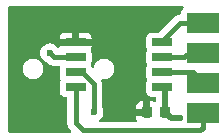
<source format=gbr>
%TF.GenerationSoftware,KiCad,Pcbnew,8.0.7*%
%TF.CreationDate,2025-02-04T22:08:06-05:00*%
%TF.ProjectId,GSCARTSW_RT4K,47534341-5254-4535-975f-5254344b2e6b,rev?*%
%TF.SameCoordinates,Original*%
%TF.FileFunction,Copper,L2,Bot*%
%TF.FilePolarity,Positive*%
%FSLAX46Y46*%
G04 Gerber Fmt 4.6, Leading zero omitted, Abs format (unit mm)*
G04 Created by KiCad (PCBNEW 8.0.7) date 2025-02-04 22:08:06*
%MOMM*%
%LPD*%
G01*
G04 APERTURE LIST*
G04 Aperture macros list*
%AMRoundRect*
0 Rectangle with rounded corners*
0 $1 Rounding radius*
0 $2 $3 $4 $5 $6 $7 $8 $9 X,Y pos of 4 corners*
0 Add a 4 corners polygon primitive as box body*
4,1,4,$2,$3,$4,$5,$6,$7,$8,$9,$2,$3,0*
0 Add four circle primitives for the rounded corners*
1,1,$1+$1,$2,$3*
1,1,$1+$1,$4,$5*
1,1,$1+$1,$6,$7*
1,1,$1+$1,$8,$9*
0 Add four rect primitives between the rounded corners*
20,1,$1+$1,$2,$3,$4,$5,0*
20,1,$1+$1,$4,$5,$6,$7,0*
20,1,$1+$1,$6,$7,$8,$9,0*
20,1,$1+$1,$8,$9,$2,$3,0*%
G04 Aperture macros list end*
%TA.AperFunction,SMDPad,CuDef*%
%ADD10R,2.700000X1.700000*%
%TD*%
%TA.AperFunction,SMDPad,CuDef*%
%ADD11R,1.700000X0.650000*%
%TD*%
%TA.AperFunction,SMDPad,CuDef*%
%ADD12RoundRect,0.225000X0.225000X0.250000X-0.225000X0.250000X-0.225000X-0.250000X0.225000X-0.250000X0*%
%TD*%
%TA.AperFunction,ViaPad*%
%ADD13C,0.600000*%
%TD*%
%TA.AperFunction,Conductor*%
%ADD14C,0.400000*%
%TD*%
%TA.AperFunction,Conductor*%
%ADD15C,0.500000*%
%TD*%
G04 APERTURE END LIST*
D10*
%TO.P,J1,5,Pin_5*%
%TO.N,IN_BIT0*%
X145000000Y-105200000D03*
%TO.P,J1,6,Pin_6*%
%TO.N,IN_BIT1*%
X145000000Y-107740000D03*
%TO.P,J1,7,Pin_7*%
%TO.N,IN_BIT2*%
X145000000Y-110280000D03*
%TO.P,J1,8,Pin_8*%
%TO.N,RESET*%
X145000000Y-112820000D03*
%TD*%
D11*
%TO.P,U1,1,~{RESET}/PB5*%
%TO.N,RESET*%
X134200000Y-110655000D03*
%TO.P,U1,2,XTAL1/PB3*%
%TO.N,TX*%
X134200000Y-109385000D03*
%TO.P,U1,3,XTAL2/PB4*%
%TO.N,RX*%
X134200000Y-108115000D03*
%TO.P,U1,4,GND*%
%TO.N,GND*%
X134200000Y-106845000D03*
%TO.P,U1,5,AREF/PB0*%
%TO.N,IN_BIT0*%
X141500000Y-106845000D03*
%TO.P,U1,6,PB1*%
%TO.N,IN_BIT1*%
X141500000Y-108115000D03*
%TO.P,U1,7,PB2*%
%TO.N,IN_BIT2*%
X141500000Y-109385000D03*
%TO.P,U1,8,VCC*%
%TO.N,+5V*%
X141500000Y-110655000D03*
%TD*%
D12*
%TO.P,C1,1*%
%TO.N,+5V*%
X141775000Y-112750000D03*
%TO.P,C1,2*%
%TO.N,GND*%
X140225000Y-112750000D03*
%TD*%
D13*
%TO.N,TX*%
X135750020Y-112750000D03*
%TO.N,RX*%
X132000000Y-107750010D03*
%TO.N,GND*%
X129000000Y-113100000D03*
X139500000Y-110000000D03*
X139500000Y-111000000D03*
X132400000Y-113100000D03*
X129000000Y-114000000D03*
X139200000Y-105200000D03*
X141200000Y-104800000D03*
X135250000Y-105250000D03*
X129200000Y-104900000D03*
X134500000Y-105250000D03*
X132400000Y-112200000D03*
X129000000Y-111250000D03*
X137700000Y-110100000D03*
X130800000Y-104900000D03*
X129000000Y-112200000D03*
X136000000Y-105250000D03*
X139200000Y-106700000D03*
X132400000Y-111250000D03*
X132400000Y-114000000D03*
X136000000Y-106750000D03*
%TO.N,+5V*%
X142999992Y-113250000D03*
%TD*%
D14*
%TO.N,IN_BIT2*%
X144105000Y-109385000D02*
X145000000Y-110280000D01*
X141500000Y-109385000D02*
X144105000Y-109385000D01*
%TO.N,TX*%
X134725000Y-109385000D02*
X135750020Y-110410020D01*
X135750020Y-110410020D02*
X135750020Y-112750000D01*
X134200000Y-109385000D02*
X134725000Y-109385000D01*
%TO.N,RESET*%
X134200000Y-113700000D02*
X134200000Y-110655000D01*
X134800000Y-114300000D02*
X134200000Y-113700000D01*
X145000000Y-114070000D02*
X144770000Y-114300000D01*
X144770000Y-114300000D02*
X134800000Y-114300000D01*
X145000000Y-112820000D02*
X145000000Y-114070000D01*
%TO.N,RX*%
X132364990Y-108115000D02*
X132000000Y-107750010D01*
X134200000Y-108115000D02*
X132364990Y-108115000D01*
%TO.N,IN_BIT0*%
X141500000Y-106750000D02*
X143050000Y-105200000D01*
X141500000Y-106845000D02*
X141500000Y-106750000D01*
X143050000Y-105200000D02*
X145000000Y-105200000D01*
%TO.N,IN_BIT1*%
X143385000Y-108115000D02*
X143760000Y-107740000D01*
X141500000Y-108115000D02*
X143385000Y-108115000D01*
X143760000Y-107740000D02*
X145000000Y-107740000D01*
D15*
%TO.N,+5V*%
X141775000Y-112750000D02*
X141775000Y-110930000D01*
X141775000Y-110930000D02*
X141500000Y-110655000D01*
X141775000Y-112750000D02*
X142275000Y-113250000D01*
X142275000Y-113250000D02*
X142999992Y-113250000D01*
%TD*%
%TA.AperFunction,Conductor*%
%TO.N,GND*%
G36*
X143310145Y-103770185D02*
G01*
X143355900Y-103822989D01*
X143365844Y-103892147D01*
X143336819Y-103955703D01*
X143317418Y-103973766D01*
X143292452Y-103992455D01*
X143206206Y-104107664D01*
X143206202Y-104107671D01*
X143155908Y-104242517D01*
X143149501Y-104302116D01*
X143149500Y-104302135D01*
X143149500Y-104375500D01*
X143129815Y-104442539D01*
X143077011Y-104488294D01*
X143025500Y-104499500D01*
X142981004Y-104499500D01*
X142845677Y-104526418D01*
X142845667Y-104526421D01*
X142718192Y-104579222D01*
X142603454Y-104655887D01*
X141276160Y-105983181D01*
X141214837Y-106016666D01*
X141188479Y-106019500D01*
X140602129Y-106019500D01*
X140602123Y-106019501D01*
X140542516Y-106025908D01*
X140407671Y-106076202D01*
X140407664Y-106076206D01*
X140292455Y-106162452D01*
X140292452Y-106162455D01*
X140206206Y-106277664D01*
X140206202Y-106277671D01*
X140164926Y-106388340D01*
X140155909Y-106412517D01*
X140149500Y-106472127D01*
X140149500Y-106472134D01*
X140149500Y-106472135D01*
X140149500Y-107217870D01*
X140149501Y-107217876D01*
X140155908Y-107277483D01*
X140206202Y-107412328D01*
X140210454Y-107420114D01*
X140207280Y-107421846D01*
X140225659Y-107471302D01*
X140210725Y-107539557D01*
X140210117Y-107540502D01*
X140206202Y-107547671D01*
X140155910Y-107682513D01*
X140155909Y-107682517D01*
X140149500Y-107742127D01*
X140149500Y-107742134D01*
X140149500Y-107742135D01*
X140149500Y-108487870D01*
X140149501Y-108487876D01*
X140155908Y-108547483D01*
X140206202Y-108682328D01*
X140210454Y-108690114D01*
X140207280Y-108691846D01*
X140225659Y-108741302D01*
X140210725Y-108809557D01*
X140210117Y-108810502D01*
X140206202Y-108817671D01*
X140155910Y-108952513D01*
X140155909Y-108952517D01*
X140149500Y-109012127D01*
X140149500Y-109012134D01*
X140149500Y-109012135D01*
X140149500Y-109757870D01*
X140149501Y-109757876D01*
X140155908Y-109817483D01*
X140206202Y-109952328D01*
X140210454Y-109960114D01*
X140207280Y-109961846D01*
X140225659Y-110011302D01*
X140210725Y-110079557D01*
X140210117Y-110080502D01*
X140206202Y-110087671D01*
X140155910Y-110222513D01*
X140155909Y-110222517D01*
X140149500Y-110282127D01*
X140149500Y-110282134D01*
X140149500Y-110282135D01*
X140149500Y-111027870D01*
X140149501Y-111027876D01*
X140155908Y-111087483D01*
X140206202Y-111222328D01*
X140206206Y-111222335D01*
X140292452Y-111337544D01*
X140292455Y-111337547D01*
X140407664Y-111423793D01*
X140407671Y-111423797D01*
X140422592Y-111429362D01*
X140542517Y-111474091D01*
X140602127Y-111480500D01*
X140900500Y-111480499D01*
X140967539Y-111500183D01*
X141013294Y-111552987D01*
X141024500Y-111604499D01*
X141024500Y-111780359D01*
X141004815Y-111847398D01*
X140952011Y-111893153D01*
X140882853Y-111903097D01*
X140835403Y-111885897D01*
X140758492Y-111838457D01*
X140758479Y-111838451D01*
X140597604Y-111785143D01*
X140525000Y-111777726D01*
X140525000Y-112626000D01*
X140505315Y-112693039D01*
X140452511Y-112738794D01*
X140401000Y-112750000D01*
X140225000Y-112750000D01*
X140225000Y-112926000D01*
X140205315Y-112993039D01*
X140152511Y-113038794D01*
X140101000Y-113050000D01*
X139275173Y-113050000D01*
X139285144Y-113147607D01*
X139338452Y-113308481D01*
X139338454Y-113308486D01*
X139401318Y-113410403D01*
X139419758Y-113477795D01*
X139398836Y-113544459D01*
X139345194Y-113589229D01*
X139295779Y-113599500D01*
X136331178Y-113599500D01*
X136264139Y-113579815D01*
X136218384Y-113527011D01*
X136208440Y-113457853D01*
X136237465Y-113394297D01*
X136247388Y-113384770D01*
X136247358Y-113384740D01*
X136252282Y-113379816D01*
X136379836Y-113252262D01*
X136475809Y-113099522D01*
X136535388Y-112929255D01*
X136555585Y-112750000D01*
X136554322Y-112738794D01*
X136535389Y-112570750D01*
X136535386Y-112570737D01*
X136493138Y-112450000D01*
X139275172Y-112450000D01*
X139925000Y-112450000D01*
X139925000Y-111777727D01*
X139924999Y-111777726D01*
X139852392Y-111785144D01*
X139691518Y-111838452D01*
X139691507Y-111838457D01*
X139547271Y-111927424D01*
X139547267Y-111927427D01*
X139427427Y-112047267D01*
X139427424Y-112047271D01*
X139338457Y-112191507D01*
X139338452Y-112191518D01*
X139285144Y-112352393D01*
X139275172Y-112450000D01*
X136493138Y-112450000D01*
X136475810Y-112400479D01*
X136469526Y-112390478D01*
X136450520Y-112324507D01*
X136450520Y-110341024D01*
X136424657Y-110211007D01*
X136424655Y-110210997D01*
X136423600Y-110205691D01*
X136386472Y-110116056D01*
X136379003Y-110046587D01*
X136410278Y-109984107D01*
X136470367Y-109948455D01*
X136513186Y-109945200D01*
X136516232Y-109945500D01*
X136516233Y-109945500D01*
X136683768Y-109945500D01*
X136683769Y-109945499D01*
X136848082Y-109912816D01*
X137002863Y-109848703D01*
X137142162Y-109755626D01*
X137260626Y-109637162D01*
X137353703Y-109497863D01*
X137417816Y-109343082D01*
X137450500Y-109178767D01*
X137450500Y-109011233D01*
X137417816Y-108846918D01*
X137353703Y-108692137D01*
X137322537Y-108645494D01*
X137260626Y-108552837D01*
X137142162Y-108434373D01*
X137002860Y-108341295D01*
X136848082Y-108277184D01*
X136848074Y-108277182D01*
X136683771Y-108244500D01*
X136683767Y-108244500D01*
X136516233Y-108244500D01*
X136516228Y-108244500D01*
X136351925Y-108277182D01*
X136351917Y-108277184D01*
X136197139Y-108341295D01*
X136057837Y-108434373D01*
X135939373Y-108552837D01*
X135846295Y-108692139D01*
X135782184Y-108846917D01*
X135782182Y-108846922D01*
X135770865Y-108903818D01*
X135738479Y-108965728D01*
X135677763Y-109000302D01*
X135607994Y-108996561D01*
X135551322Y-108955694D01*
X135533066Y-108922957D01*
X135493798Y-108817672D01*
X135489547Y-108809888D01*
X135492757Y-108808134D01*
X135474361Y-108759001D01*
X135489127Y-108690709D01*
X135489752Y-108689736D01*
X135493797Y-108682329D01*
X135505052Y-108652150D01*
X135544091Y-108547483D01*
X135550500Y-108487873D01*
X135550499Y-107742128D01*
X135544091Y-107682517D01*
X135544090Y-107682513D01*
X135493797Y-107547670D01*
X135489547Y-107539888D01*
X135492616Y-107538211D01*
X135474043Y-107488495D01*
X135488858Y-107420215D01*
X135489239Y-107419622D01*
X135493350Y-107412093D01*
X135543597Y-107277376D01*
X135543598Y-107277372D01*
X135549999Y-107217844D01*
X135550000Y-107217827D01*
X135550000Y-107145000D01*
X132850000Y-107145000D01*
X132850000Y-107169478D01*
X132830315Y-107236517D01*
X132777511Y-107282272D01*
X132708353Y-107292216D01*
X132644797Y-107263191D01*
X132633697Y-107251629D01*
X132502262Y-107120194D01*
X132349523Y-107024221D01*
X132179254Y-106964641D01*
X132179249Y-106964640D01*
X132000004Y-106944445D01*
X131999996Y-106944445D01*
X131820750Y-106964640D01*
X131820745Y-106964641D01*
X131650476Y-107024221D01*
X131497737Y-107120194D01*
X131370184Y-107247747D01*
X131274211Y-107400486D01*
X131214631Y-107570755D01*
X131214630Y-107570760D01*
X131194435Y-107750006D01*
X131194435Y-107750013D01*
X131214630Y-107929259D01*
X131214631Y-107929264D01*
X131274211Y-108099533D01*
X131370184Y-108252272D01*
X131497738Y-108379826D01*
X131650478Y-108475799D01*
X131753984Y-108512017D01*
X131800708Y-108541375D01*
X131918447Y-108659114D01*
X131964842Y-108690114D01*
X132033182Y-108735777D01*
X132160657Y-108788578D01*
X132160662Y-108788580D01*
X132160666Y-108788580D01*
X132160667Y-108788581D01*
X132295993Y-108815500D01*
X132295996Y-108815500D01*
X132295997Y-108815500D01*
X132732594Y-108815500D01*
X132799633Y-108835185D01*
X132845388Y-108887989D01*
X132855883Y-108952752D01*
X132849500Y-109012127D01*
X132849500Y-109012134D01*
X132849500Y-109012135D01*
X132849500Y-109757870D01*
X132849501Y-109757876D01*
X132855908Y-109817483D01*
X132906202Y-109952328D01*
X132910454Y-109960114D01*
X132907280Y-109961846D01*
X132925659Y-110011302D01*
X132910725Y-110079557D01*
X132910117Y-110080502D01*
X132906202Y-110087671D01*
X132855910Y-110222513D01*
X132855909Y-110222517D01*
X132849500Y-110282127D01*
X132849500Y-110282134D01*
X132849500Y-110282135D01*
X132849500Y-111027870D01*
X132849501Y-111027876D01*
X132855908Y-111087483D01*
X132906202Y-111222328D01*
X132906206Y-111222335D01*
X132992452Y-111337544D01*
X132992455Y-111337547D01*
X133107664Y-111423793D01*
X133107671Y-111423797D01*
X133122592Y-111429362D01*
X133242517Y-111474091D01*
X133302127Y-111480500D01*
X133375500Y-111480499D01*
X133442538Y-111500183D01*
X133488294Y-111552986D01*
X133499500Y-111604499D01*
X133499500Y-113631006D01*
X133499500Y-113768994D01*
X133499500Y-113768996D01*
X133499499Y-113768996D01*
X133526418Y-113904322D01*
X133526421Y-113904332D01*
X133579222Y-114031807D01*
X133655887Y-114146545D01*
X133797161Y-114287819D01*
X133830646Y-114349142D01*
X133825662Y-114418834D01*
X133783790Y-114474767D01*
X133718326Y-114499184D01*
X133709480Y-114499500D01*
X128624500Y-114499500D01*
X128557461Y-114479815D01*
X128511706Y-114427011D01*
X128500500Y-114375500D01*
X128500500Y-109011228D01*
X129749500Y-109011228D01*
X129749500Y-109178771D01*
X129782182Y-109343074D01*
X129782184Y-109343082D01*
X129846295Y-109497860D01*
X129939373Y-109637162D01*
X130057837Y-109755626D01*
X130143562Y-109812905D01*
X130197137Y-109848703D01*
X130351918Y-109912816D01*
X130514725Y-109945200D01*
X130516228Y-109945499D01*
X130516232Y-109945500D01*
X130516233Y-109945500D01*
X130683768Y-109945500D01*
X130683769Y-109945499D01*
X130848082Y-109912816D01*
X131002863Y-109848703D01*
X131142162Y-109755626D01*
X131260626Y-109637162D01*
X131353703Y-109497863D01*
X131417816Y-109343082D01*
X131450500Y-109178767D01*
X131450500Y-109011233D01*
X131417816Y-108846918D01*
X131353703Y-108692137D01*
X131322537Y-108645494D01*
X131260626Y-108552837D01*
X131142162Y-108434373D01*
X131002860Y-108341295D01*
X130848082Y-108277184D01*
X130848074Y-108277182D01*
X130683771Y-108244500D01*
X130683767Y-108244500D01*
X130516233Y-108244500D01*
X130516228Y-108244500D01*
X130351925Y-108277182D01*
X130351917Y-108277184D01*
X130197139Y-108341295D01*
X130057837Y-108434373D01*
X129939373Y-108552837D01*
X129846295Y-108692139D01*
X129782184Y-108846917D01*
X129782182Y-108846925D01*
X129749500Y-109011228D01*
X128500500Y-109011228D01*
X128500500Y-106472155D01*
X132850000Y-106472155D01*
X132850000Y-106545000D01*
X133900000Y-106545000D01*
X134500000Y-106545000D01*
X135550000Y-106545000D01*
X135550000Y-106472172D01*
X135549999Y-106472155D01*
X135543598Y-106412627D01*
X135543596Y-106412620D01*
X135493354Y-106277913D01*
X135493350Y-106277906D01*
X135407190Y-106162812D01*
X135407187Y-106162809D01*
X135292093Y-106076649D01*
X135292086Y-106076645D01*
X135157379Y-106026403D01*
X135157372Y-106026401D01*
X135097844Y-106020000D01*
X134500000Y-106020000D01*
X134500000Y-106545000D01*
X133900000Y-106545000D01*
X133900000Y-106020000D01*
X133302155Y-106020000D01*
X133242627Y-106026401D01*
X133242620Y-106026403D01*
X133107913Y-106076645D01*
X133107906Y-106076649D01*
X132992812Y-106162809D01*
X132992809Y-106162812D01*
X132906649Y-106277906D01*
X132906645Y-106277913D01*
X132856403Y-106412620D01*
X132856401Y-106412627D01*
X132850000Y-106472155D01*
X128500500Y-106472155D01*
X128500500Y-103874500D01*
X128520185Y-103807461D01*
X128572989Y-103761706D01*
X128624500Y-103750500D01*
X143243106Y-103750500D01*
X143310145Y-103770185D01*
G37*
%TD.AperFunction*%
%TD*%
M02*

</source>
